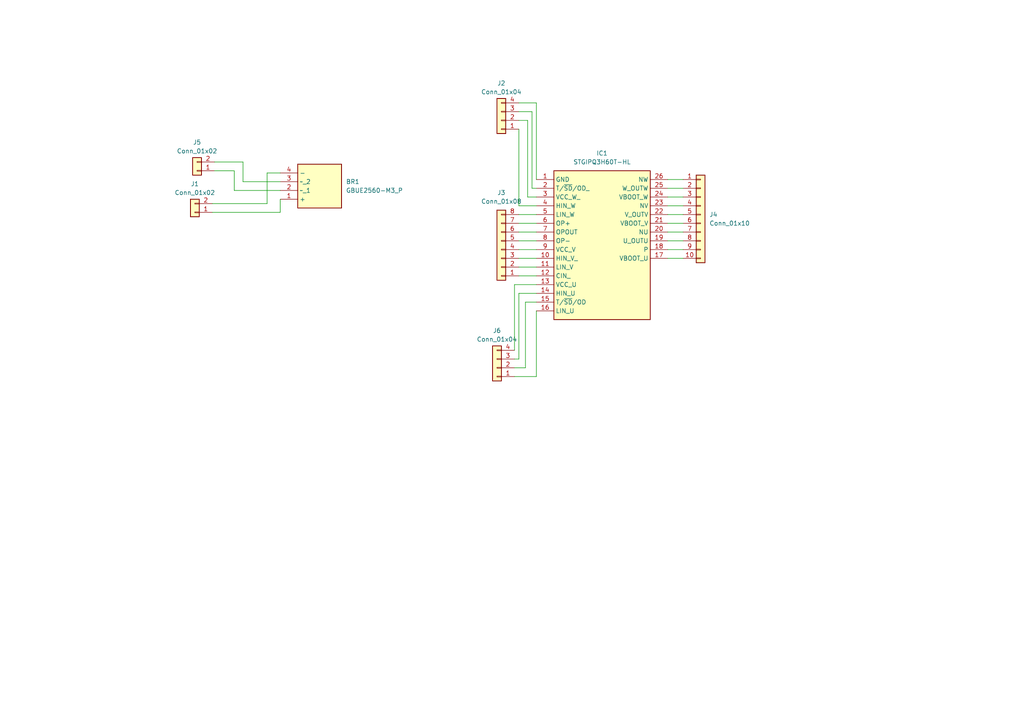
<source format=kicad_sch>
(kicad_sch (version 20230121) (generator eeschema)
  (paper "A4")
  (lib_symbols
    (symbol "Connector_Generic:Conn_01x02" (pin_names (offset 1.016) hide)
      (property "Reference" "J" (at 0 2.54 0))
      (property "Value" "Conn_01x02" (at 0 -5.08 0))
      (symbol "Conn_01x02_1_1"
        (rectangle (start -1.27 -2.413) (end 0 -2.667) (stroke (width 0.1524)))
        (rectangle (start -1.27 0.127) (end 0 -0.127) (stroke (width 0.1524)))
        (rectangle (start -1.27 1.27) (end 1.27 -3.81) (stroke (width 0.254)) (fill (type background)))
        (pin passive line (at -5.08 0 0) (length 3.81) (name "Pin_1") (number "1"))
        (pin passive line (at -5.08 -2.54 0) (length 3.81) (name "Pin_2") (number "2"))
      )
    )
    (symbol "Connector_Generic:Conn_01x04" (pin_names (offset 1.016) hide)
      (property "Reference" "J" (at 0 5.08 0))
      (property "Value" "Conn_01x04" (at 0 -7.62 0))
      (symbol "Conn_01x04_1_1"
        (rectangle (start -1.27 -4.953) (end 0 -5.207) (stroke (width 0.1524)))
        (rectangle (start -1.27 -2.413) (end 0 -2.667) (stroke (width 0.1524)))
        (rectangle (start -1.27 0.127) (end 0 -0.127) (stroke (width 0.1524)))
        (rectangle (start -1.27 2.667) (end 0 2.413) (stroke (width 0.1524)))
        (rectangle (start -1.27 3.81) (end 1.27 -6.35) (stroke (width 0.254)) (fill (type background)))
        (pin passive line (at -5.08 2.54 0) (length 3.81) (name "Pin_1") (number "1"))
        (pin passive line (at -5.08 0 0) (length 3.81) (name "Pin_2") (number "2"))
        (pin passive line (at -5.08 -2.54 0) (length 3.81) (name "Pin_3") (number "3"))
        (pin passive line (at -5.08 -5.08 0) (length 3.81) (name "Pin_4") (number "4"))
      )
    )
    (symbol "Connector_Generic:Conn_01x08" (pin_names (offset 1.016) hide)
      (property "Reference" "J" (at 0 10.16 0))
      (property "Value" "Conn_01x08" (at 0 -12.7 0))
      (symbol "Conn_01x08_1_1"
        (rectangle (start -1.27 -10.033) (end 0 -10.287) (stroke (width 0.1524)))
        (rectangle (start -1.27 -7.493) (end 0 -7.747) (stroke (width 0.1524)))
        (rectangle (start -1.27 -4.953) (end 0 -5.207) (stroke (width 0.1524)))
        (rectangle (start -1.27 -2.413) (end 0 -2.667) (stroke (width 0.1524)))
        (rectangle (start -1.27 0.127) (end 0 -0.127) (stroke (width 0.1524)))
        (rectangle (start -1.27 2.667) (end 0 2.413) (stroke (width 0.1524)))
        (rectangle (start -1.27 5.207) (end 0 4.953) (stroke (width 0.1524)))
        (rectangle (start -1.27 7.747) (end 0 7.493) (stroke (width 0.1524)))
        (rectangle (start -1.27 8.89) (end 1.27 -11.43) (stroke (width 0.254)) (fill (type background)))
        (pin passive line (at -5.08 7.62 0) (length 3.81) (name "Pin_1") (number "1"))
        (pin passive line (at -5.08 5.08 0) (length 3.81) (name "Pin_2") (number "2"))
        (pin passive line (at -5.08 2.54 0) (length 3.81) (name "Pin_3") (number "3"))
        (pin passive line (at -5.08 0 0) (length 3.81) (name "Pin_4") (number "4"))
        (pin passive line (at -5.08 -2.54 0) (length 3.81) (name "Pin_5") (number "5"))
        (pin passive line (at -5.08 -5.08 0) (length 3.81) (name "Pin_6") (number "6"))
        (pin passive line (at -5.08 -7.62 0) (length 3.81) (name "Pin_7") (number "7"))
        (pin passive line (at -5.08 -10.16 0) (length 3.81) (name "Pin_8") (number "8"))
      )
    )
    (symbol "Connector_Generic:Conn_01x10" (pin_names (offset 1.016) hide)
      (property "Reference" "J" (at 0 12.7 0))
      (property "Value" "Conn_01x10" (at 0 -15.24 0))
      (symbol "Conn_01x10_1_1"
        (rectangle (start -1.27 -12.573) (end 0 -12.827) (stroke (width 0.1524)))
        (rectangle (start -1.27 -10.033) (end 0 -10.287) (stroke (width 0.1524)))
        (rectangle (start -1.27 -7.493) (end 0 -7.747) (stroke (width 0.1524)))
        (rectangle (start -1.27 -4.953) (end 0 -5.207) (stroke (width 0.1524)))
        (rectangle (start -1.27 -2.413) (end 0 -2.667) (stroke (width 0.1524)))
        (rectangle (start -1.27 0.127) (end 0 -0.127) (stroke (width 0.1524)))
        (rectangle (start -1.27 2.667) (end 0 2.413) (stroke (width 0.1524)))
        (rectangle (start -1.27 5.207) (end 0 4.953) (stroke (width 0.1524)))
        (rectangle (start -1.27 7.747) (end 0 7.493) (stroke (width 0.1524)))
        (rectangle (start -1.27 10.287) (end 0 10.033) (stroke (width 0.1524)))
        (rectangle (start -1.27 11.43) (end 1.27 -13.97) (stroke (width 0.254)) (fill (type background)))
        (pin passive line (at -5.08 10.16 0) (length 3.81) (name "Pin_1") (number "1"))
        (pin passive line (at -5.08 -12.7 0) (length 3.81) (name "Pin_10") (number "10"))
        (pin passive line (at -5.08 7.62 0) (length 3.81) (name "Pin_2") (number "2"))
        (pin passive line (at -5.08 5.08 0) (length 3.81) (name "Pin_3") (number "3"))
        (pin passive line (at -5.08 2.54 0) (length 3.81) (name "Pin_4") (number "4"))
        (pin passive line (at -5.08 0 0) (length 3.81) (name "Pin_5") (number "5"))
        (pin passive line (at -5.08 -2.54 0) (length 3.81) (name "Pin_6") (number "6"))
        (pin passive line (at -5.08 -5.08 0) (length 3.81) (name "Pin_7") (number "7"))
        (pin passive line (at -5.08 -7.62 0) (length 3.81) (name "Pin_8") (number "8"))
        (pin passive line (at -5.08 -10.16 0) (length 3.81) (name "Pin_9") (number "9"))
      )
    )
    (symbol "SamacSys_Parts:GBUE2560-M3_P"
      (property "Reference" "BR" (at 19.05 7.62 0))
      (property "Value" "GBUE2560-M3_P" (at 19.05 5.08 0))
      (symbol "GBUE2560-M3_P_1_1"
        (rectangle (start 5.08 2.54) (end 17.78 -10.16) (stroke (width 0.254)) (fill (type background)))
        (pin passive line (at 0 -7.62 0) (length 5.08) (name "+") (number "1"))
        (pin passive line (at 0 -5.08 0) (length 5.08) (name "~_1") (number "2"))
        (pin passive line (at 0 -2.54 0) (length 5.08) (name "~_2") (number "3"))
        (pin passive line (at 0 0 0) (length 5.08) (name "-") (number "4"))
      )
    )
    (symbol "SamacSys_Parts:STGIPQ3H60T-HL"
      (property "Reference" "IC" (at 34.29 7.62 0))
      (property "Value" "STGIPQ3H60T-HL" (at 34.29 5.08 0))
      (symbol "STGIPQ3H60T-HL_1_1"
        (rectangle (start 5.08 2.54) (end 33.02 -40.64) (stroke (width 0.254)) (fill (type background)))
        (pin passive line (at 0 0 0) (length 5.08) (name "GND") (number "1"))
        (pin passive line (at 0 -22.86 0) (length 5.08) (name "HIN_V_") (number "10"))
        (pin passive line (at 0 -25.4 0) (length 5.08) (name "LIN_V") (number "11"))
        (pin passive line (at 0 -27.94 0) (length 5.08) (name "CIN_") (number "12"))
        (pin passive line (at 0 -30.48 0) (length 5.08) (name "VCC_U") (number "13"))
        (pin passive line (at 0 -33.02 0) (length 5.08) (name "HIN_U") (number "14"))
        (pin passive line (at 0 -35.56 0) (length 5.08) (name "T/~{SD}/OD") (number "15"))
        (pin passive line (at 0 -38.1 0) (length 5.08) (name "LIN_U") (number "16"))
        (pin passive line (at 38.1 -22.86 180) (length 5.08) (name "VBOOT_U") (number "17"))
        (pin passive line (at 38.1 -20.32 180) (length 5.08) (name "P") (number "18"))
        (pin passive line (at 38.1 -17.78 180) (length 5.08) (name "U_OUTU") (number "19"))
        (pin passive line (at 0 -2.54 0) (length 5.08) (name "T/~{SD}/OD_") (number "2"))
        (pin passive line (at 38.1 -15.24 180) (length 5.08) (name "NU") (number "20"))
        (pin passive line (at 38.1 -12.7 180) (length 5.08) (name "VBOOT_V") (number "21"))
        (pin passive line (at 38.1 -10.16 180) (length 5.08) (name "V_OUTV") (number "22"))
        (pin passive line (at 38.1 -7.62 180) (length 5.08) (name "NV") (number "23"))
        (pin passive line (at 38.1 -5.08 180) (length 5.08) (name "VBOOT_W") (number "24"))
        (pin passive line (at 38.1 -2.54 180) (length 5.08) (name "W_OUTW") (number "25"))
        (pin passive line (at 38.1 0 180) (length 5.08) (name "NW") (number "26"))
        (pin passive line (at 0 -5.08 0) (length 5.08) (name "VCC_W_") (number "3"))
        (pin passive line (at 0 -7.62 0) (length 5.08) (name "HIN_W") (number "4"))
        (pin passive line (at 0 -10.16 0) (length 5.08) (name "LIN_W") (number "5"))
        (pin passive line (at 0 -12.7 0) (length 5.08) (name "OP+") (number "6"))
        (pin passive line (at 0 -15.24 0) (length 5.08) (name "OPOUT") (number "7"))
        (pin passive line (at 0 -17.78 0) (length 5.08) (name "OP-") (number "8"))
        (pin passive line (at 0 -20.32 0) (length 5.08) (name "VCC_V") (number "9"))
      )
    )
  )
  (wire (pts (xy 149.225 82.55) (xy 149.225 101.6)))
  (wire (pts (xy 155.575 57.15) (xy 153.035 57.15)))
  (wire (pts (xy 152.4 106.68) (xy 152.4 87.63)))
  (wire (pts (xy 150.495 67.31) (xy 155.575 67.31)))
  (wire (pts (xy 62.23 49.53) (xy 67.945 49.53)))
  (wire (pts (xy 193.675 74.93) (xy 198.12 74.93)))
  (wire (pts (xy 155.575 90.17) (xy 155.575 109.22)))
  (wire (pts (xy 81.28 61.595) (xy 61.595 61.595)))
  (wire (pts (xy 70.485 52.705) (xy 81.28 52.705)))
  (wire (pts (xy 150.495 74.93) (xy 155.575 74.93)))
  (wire (pts (xy 155.575 52.07) (xy 155.575 29.845)))
  (wire (pts (xy 70.485 46.99) (xy 62.23 46.99)))
  (wire (pts (xy 154.305 54.61) (xy 155.575 54.61)))
  (wire (pts (xy 77.47 59.055) (xy 77.47 50.165)))
  (wire (pts (xy 193.675 54.61) (xy 198.12 54.61)))
  (wire (pts (xy 149.225 106.68) (xy 152.4 106.68)))
  (wire (pts (xy 150.495 32.385) (xy 154.305 32.385)))
  (wire (pts (xy 150.495 104.14) (xy 149.225 104.14)))
  (wire (pts (xy 193.675 57.15) (xy 198.12 57.15)))
  (wire (pts (xy 150.495 37.465) (xy 150.495 59.69)))
  (wire (pts (xy 193.675 67.31) (xy 198.12 67.31)))
  (wire (pts (xy 155.575 85.09) (xy 150.495 85.09)))
  (wire (pts (xy 150.495 85.09) (xy 150.495 104.14)))
  (wire (pts (xy 193.675 62.23) (xy 198.12 62.23)))
  (wire (pts (xy 67.945 49.53) (xy 67.945 55.245)))
  (wire (pts (xy 150.495 72.39) (xy 155.575 72.39)))
  (wire (pts (xy 193.675 52.07) (xy 198.12 52.07)))
  (wire (pts (xy 193.675 69.85) (xy 198.12 69.85)))
  (wire (pts (xy 193.675 72.39) (xy 198.12 72.39)))
  (wire (pts (xy 155.575 82.55) (xy 149.225 82.55)))
  (wire (pts (xy 153.035 34.925) (xy 150.495 34.925)))
  (wire (pts (xy 70.485 52.705) (xy 70.485 46.99)))
  (wire (pts (xy 193.675 64.77) (xy 198.12 64.77)))
  (wire (pts (xy 150.495 59.69) (xy 155.575 59.69)))
  (wire (pts (xy 67.945 55.245) (xy 81.28 55.245)))
  (wire (pts (xy 193.675 59.69) (xy 198.12 59.69)))
  (wire (pts (xy 77.47 50.165) (xy 81.28 50.165)))
  (wire (pts (xy 81.28 57.785) (xy 81.28 61.595)))
  (wire (pts (xy 154.305 32.385) (xy 154.305 54.61)))
  (wire (pts (xy 150.495 80.01) (xy 155.575 80.01)))
  (wire (pts (xy 155.575 29.845) (xy 150.495 29.845)))
  (wire (pts (xy 150.495 64.77) (xy 155.575 64.77)))
  (wire (pts (xy 150.495 77.47) (xy 155.575 77.47)))
  (wire (pts (xy 61.595 59.055) (xy 77.47 59.055)))
  (wire (pts (xy 150.495 62.23) (xy 155.575 62.23)))
  (wire (pts (xy 152.4 87.63) (xy 155.575 87.63)))
  (wire (pts (xy 153.035 57.15) (xy 153.035 34.925)))
  (wire (pts (xy 155.575 109.22) (xy 149.225 109.22)))
  (wire (pts (xy 150.495 69.85) (xy 155.575 69.85)))
  (symbol (lib_id "SamacSys_Parts:GBUE2560-M3_P") (at 81.28 50.165 0) (unit 1)
    (property "Reference" "BR1" (at 100.33 52.705 0) (effects (justify left)))
    (property "Value" "GBUE2560-M3_P" (at 100.33 55.245 0) (effects (justify left)))
    (property "Footprint" "SamacSys_Parts:GBUE2560M3P" (effects hide))
    (property "Datasheet" "https://www.vishay.com/docs/87633/gbue2560.pdf" (effects hide))
    (property "Height" "20.83" (effects hide))
    (property "Manufacturer_Name" "Vishay" (effects hide))
    (property "Manufacturer_Part_Number" "GBUE2560-M3/P" (effects hide))
    (property "Mouser Part Number" "78-GBUE2560-M3/P" (effects hide))
    (property "Mouser Price/Stock" "https://www.mouser.co.uk/ProductDetail/Vishay-General-Semiconductor/GBUE2560-M3-P?qs=MLItCLRbWswtbce7nAjkJg%3D%3D" (effects hide))
    (property "Arrow Part Number" "GBUE2560-M3/P" (effects hide))
    (property "Arrow Price/Stock" "https://www.arrow.com/en/products/gbue2560-m3p/vishay?region=nac" (effects hide))
  )
  (symbol (lib_id "Connector_Generic:Conn_01x10") (at 203.2 62.23 0) (unit 1)
    (property "Reference" "J4" (at 205.74 62.23 0) (effects (justify left)))
    (property "Value" "Conn_01x10" (at 205.74 64.77 0) (effects (justify left)))
    (property "Footprint" "Connector_Samtec_HPM_THT:Samtec_HPM-10-01-x-S_Straight_1x10_Pitch5.08mm" (effects hide))
  )
  (symbol (lib_id "Connector_Generic:Conn_01x02") (at 57.15 49.53 180) (unit 1)
    (property "Reference" "J5" (at 57.15 41.275 0))
    (property "Value" "Conn_01x02" (at 57.15 43.815 0))
    (property "Footprint" "Connector_Samtec_HPM_THT:Samtec_HPM-02-01-x-S_Straight_1x02_Pitch5.08mm" (effects hide))
  )
  (symbol (lib_id "Connector_Generic:Conn_01x04") (at 145.415 34.925 180) (unit 1)
    (property "Reference" "J2" (at 145.415 24.13 0))
    (property "Value" "Conn_01x04" (at 145.415 26.67 0))
    (property "Footprint" "Connector_Samtec_HPM_THT:Samtec_HPM-04-01-x-S_Straight_1x04_Pitch5.08mm" (effects hide))
  )
  (symbol (lib_id "SamacSys_Parts:STGIPQ3H60T-HL") (at 155.575 52.07 0) (unit 1)
    (property "Reference" "IC1" (at 174.625 44.45 0))
    (property "Value" "STGIPQ3H60T-HL" (at 174.625 46.99 0))
    (property "Footprint" "SamacSys_Parts:STGIPQ3H60THL" (effects hide))
    (property "Datasheet" "https://www.st.com/resource/en/datasheet/stgipq3h60t-hl.pdf" (effects hide))
    (property "Height" "5.4" (effects hide))
    (property "Manufacturer_Name" "STMicroelectronics" (effects hide))
    (property "Manufacturer_Part_Number" "STGIPQ3H60T-HL" (effects hide))
    (property "Mouser Part Number" "511-STGIPQ3H60T-HL" (effects hide))
    (property "Mouser Price/Stock" "https://www.mouser.co.uk/ProductDetail/STMicroelectronics/STGIPQ3H60T-HL?qs=M3jcYzEJUdFpYXXQR4RSgg%3D%3D" (effects hide))
    (property "Arrow Part Number" "STGIPQ3H60T-HL" (effects hide))
    (property "Arrow Price/Stock" "https://www.arrow.com/en/products/stgipq3h60t-hl/stmicroelectronics" (effects hide))
  )
  (symbol (lib_id "Connector_Generic:Conn_01x02") (at 56.515 61.595 180) (unit 1)
    (property "Reference" "J1" (at 56.515 53.34 0))
    (property "Value" "Conn_01x02" (at 56.515 55.88 0))
    (property "Footprint" "Connector_Samtec_HPM_THT:Samtec_HPM-02-01-x-S_Straight_1x02_Pitch5.08mm" (effects hide))
  )
  (symbol (lib_id "Connector_Generic:Conn_01x08") (at 145.415 72.39 180) (unit 1)
    (property "Reference" "J3" (at 145.415 55.88 0))
    (property "Value" "Conn_01x08" (at 145.415 58.42 0))
    (property "Footprint" "Connector_Samtec_HPM_THT:Samtec_HPM-08-01-x-S_Straight_1x08_Pitch5.08mm" (effects hide))
  )
  (symbol (lib_id "Connector_Generic:Conn_01x04") (at 144.145 106.68 180) (unit 1)
    (property "Reference" "J6" (at 144.145 95.885 0))
    (property "Value" "Conn_01x04" (at 144.145 98.425 0))
    (property "Footprint" "Connector_Samtec_HPM_THT:Samtec_HPM-04-01-x-S_Straight_1x04_Pitch5.08mm" (effects hide))
  )
)
</source>
